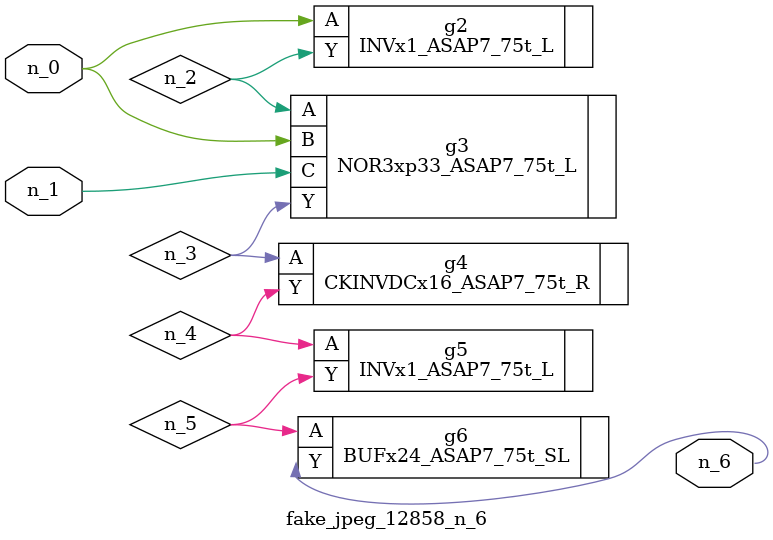
<source format=v>
module fake_jpeg_12858_n_6 (n_0, n_1, n_6);

input n_0;
input n_1;

output n_6;

wire n_3;
wire n_2;
wire n_4;
wire n_5;

INVx1_ASAP7_75t_L g2 ( 
.A(n_0),
.Y(n_2)
);

NOR3xp33_ASAP7_75t_L g3 ( 
.A(n_2),
.B(n_0),
.C(n_1),
.Y(n_3)
);

CKINVDCx16_ASAP7_75t_R g4 ( 
.A(n_3),
.Y(n_4)
);

INVx1_ASAP7_75t_L g5 ( 
.A(n_4),
.Y(n_5)
);

BUFx24_ASAP7_75t_SL g6 ( 
.A(n_5),
.Y(n_6)
);


endmodule
</source>
